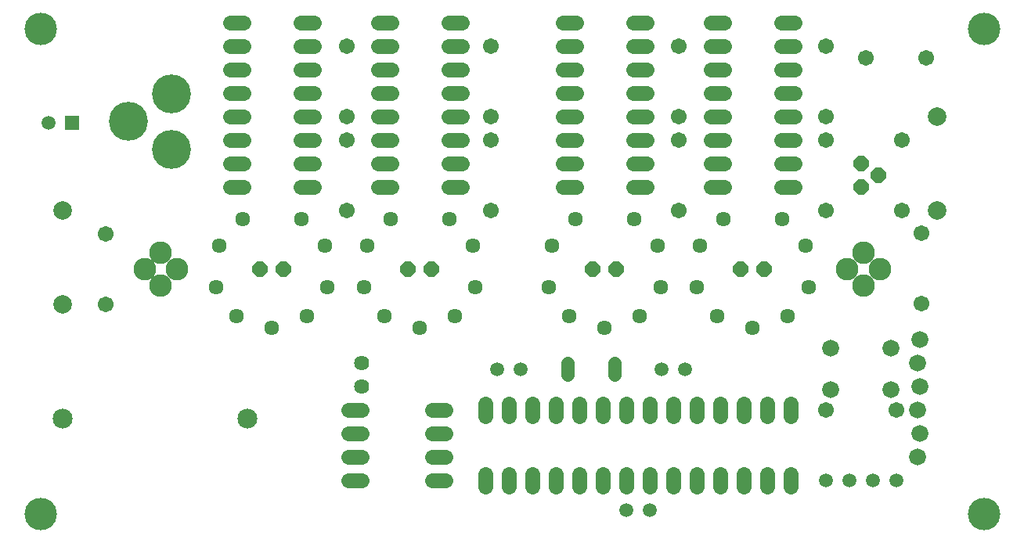
<source format=gbs>
G75*
G70*
%OFA0B0*%
%FSLAX24Y24*%
%IPPOS*%
%LPD*%
%AMOC8*
5,1,8,0,0,1.08239X$1,22.5*
%
%ADD10C,0.0635*%
%ADD11C,0.0640*%
%ADD12C,0.0792*%
%ADD13C,0.0560*%
%ADD14C,0.0596*%
%ADD15C,0.0720*%
%ADD16C,0.0674*%
%ADD17C,0.1660*%
%ADD18R,0.0596X0.0596*%
%ADD19OC8,0.0640*%
%ADD20C,0.0848*%
%ADD21C,0.0640*%
%ADD22C,0.0966*%
%ADD23C,0.1380*%
D10*
X011967Y009650D03*
X013467Y010150D03*
X014342Y011400D03*
X015892Y011400D03*
X016767Y010150D03*
X018267Y009650D03*
X019767Y010150D03*
X020642Y011400D03*
X020517Y013150D03*
X019517Y014275D03*
X017017Y014275D03*
X016017Y013150D03*
X014217Y013150D03*
X013217Y014275D03*
X010717Y014275D03*
X009717Y013150D03*
X009592Y011400D03*
X010467Y010150D03*
X023766Y011400D03*
X024641Y010150D03*
X026141Y009650D03*
X027641Y010150D03*
X028516Y011400D03*
X030065Y011400D03*
X030940Y010150D03*
X032440Y009650D03*
X033940Y010150D03*
X034815Y011400D03*
X034690Y013150D03*
X033690Y014275D03*
X031190Y014275D03*
X030190Y013150D03*
X028391Y013150D03*
X027391Y014275D03*
X024891Y014275D03*
X023891Y013150D03*
D11*
X024361Y015650D02*
X024921Y015650D01*
X024921Y016650D02*
X024361Y016650D01*
X024361Y017650D02*
X024921Y017650D01*
X024921Y018650D02*
X024361Y018650D01*
X024361Y019650D02*
X024921Y019650D01*
X024921Y020650D02*
X024361Y020650D01*
X024361Y021650D02*
X024921Y021650D01*
X024921Y022650D02*
X024361Y022650D01*
X027361Y022650D02*
X027921Y022650D01*
X027921Y021650D02*
X027361Y021650D01*
X027361Y020650D02*
X027921Y020650D01*
X027921Y019650D02*
X027361Y019650D01*
X027361Y018650D02*
X027921Y018650D01*
X027921Y017650D02*
X027361Y017650D01*
X027361Y016650D02*
X027921Y016650D01*
X027921Y015650D02*
X027361Y015650D01*
X030660Y015650D02*
X031220Y015650D01*
X031220Y016650D02*
X030660Y016650D01*
X030660Y017650D02*
X031220Y017650D01*
X031220Y018650D02*
X030660Y018650D01*
X030660Y019650D02*
X031220Y019650D01*
X031220Y020650D02*
X030660Y020650D01*
X030660Y021650D02*
X031220Y021650D01*
X031220Y022650D02*
X030660Y022650D01*
X033660Y022650D02*
X034220Y022650D01*
X034220Y021650D02*
X033660Y021650D01*
X033660Y020650D02*
X034220Y020650D01*
X034220Y019650D02*
X033660Y019650D01*
X033660Y018650D02*
X034220Y018650D01*
X034220Y017650D02*
X033660Y017650D01*
X033660Y016650D02*
X034220Y016650D01*
X034220Y015650D02*
X033660Y015650D01*
X020047Y015650D02*
X019487Y015650D01*
X019487Y016650D02*
X020047Y016650D01*
X020047Y017650D02*
X019487Y017650D01*
X019487Y018650D02*
X020047Y018650D01*
X020047Y019650D02*
X019487Y019650D01*
X019487Y020650D02*
X020047Y020650D01*
X020047Y021650D02*
X019487Y021650D01*
X019487Y022650D02*
X020047Y022650D01*
X017047Y022650D02*
X016487Y022650D01*
X016487Y021650D02*
X017047Y021650D01*
X017047Y020650D02*
X016487Y020650D01*
X016487Y019650D02*
X017047Y019650D01*
X017047Y018650D02*
X016487Y018650D01*
X016487Y017650D02*
X017047Y017650D01*
X017047Y016650D02*
X016487Y016650D01*
X016487Y015650D02*
X017047Y015650D01*
X013747Y015650D02*
X013187Y015650D01*
X013187Y016650D02*
X013747Y016650D01*
X013747Y017650D02*
X013187Y017650D01*
X013187Y018650D02*
X013747Y018650D01*
X013747Y019650D02*
X013187Y019650D01*
X013187Y020650D02*
X013747Y020650D01*
X013747Y021650D02*
X013187Y021650D01*
X013187Y022650D02*
X013747Y022650D01*
X010747Y022650D02*
X010187Y022650D01*
X010187Y021650D02*
X010747Y021650D01*
X010747Y020650D02*
X010187Y020650D01*
X010187Y019650D02*
X010747Y019650D01*
X010747Y018650D02*
X010187Y018650D01*
X010187Y017650D02*
X010747Y017650D01*
X010747Y016650D02*
X010187Y016650D01*
X010187Y015650D02*
X010747Y015650D01*
X021050Y006430D02*
X021050Y005870D01*
X022050Y005870D02*
X022050Y006430D01*
X023050Y006430D02*
X023050Y005870D01*
X024050Y005870D02*
X024050Y006430D01*
X025050Y006430D02*
X025050Y005870D01*
X026050Y005870D02*
X026050Y006430D01*
X027050Y006430D02*
X027050Y005870D01*
X028050Y005870D02*
X028050Y006430D01*
X029050Y006430D02*
X029050Y005870D01*
X030050Y005870D02*
X030050Y006430D01*
X031050Y006430D02*
X031050Y005870D01*
X032050Y005870D02*
X032050Y006430D01*
X033050Y006430D02*
X033050Y005870D01*
X034050Y005870D02*
X034050Y006430D01*
X034050Y003430D02*
X034050Y002870D01*
X033050Y002870D02*
X033050Y003430D01*
X032050Y003430D02*
X032050Y002870D01*
X031050Y002870D02*
X031050Y003430D01*
X030050Y003430D02*
X030050Y002870D01*
X029050Y002870D02*
X029050Y003430D01*
X028050Y003430D02*
X028050Y002870D01*
X027050Y002870D02*
X027050Y003430D01*
X026050Y003430D02*
X026050Y002870D01*
X025050Y002870D02*
X025050Y003430D01*
X024050Y003430D02*
X024050Y002870D01*
X023050Y002870D02*
X023050Y003430D01*
X022050Y003430D02*
X022050Y002870D01*
X021050Y002870D02*
X021050Y003430D01*
X019360Y003150D02*
X018800Y003150D01*
X018800Y004150D02*
X019360Y004150D01*
X019360Y005150D02*
X018800Y005150D01*
X018800Y006150D02*
X019360Y006150D01*
X015800Y006150D02*
X015240Y006150D01*
X015240Y005150D02*
X015800Y005150D01*
X015800Y004150D02*
X015240Y004150D01*
X015240Y003150D02*
X015800Y003150D01*
D12*
X003050Y010650D03*
X003050Y014650D03*
X040300Y014650D03*
X040300Y018650D03*
D13*
X026550Y008140D02*
X026550Y007660D01*
X024550Y007660D02*
X024550Y008140D01*
D14*
X022550Y007900D03*
X021550Y007900D03*
X028550Y007900D03*
X029550Y007900D03*
X035550Y003150D03*
X036550Y003150D03*
X037550Y003150D03*
X038550Y003150D03*
X028050Y001900D03*
X027050Y001900D03*
X002454Y018400D03*
D15*
X035770Y008790D03*
X038330Y008790D03*
X039550Y009150D03*
X039450Y008150D03*
X039550Y007150D03*
X038330Y007010D03*
X039450Y006150D03*
X039550Y005150D03*
X039450Y004150D03*
X035770Y007010D03*
D16*
X035550Y006150D03*
X038550Y006150D03*
X039633Y010693D03*
X039633Y013693D03*
X038800Y014650D03*
X035550Y014650D03*
X035550Y017650D03*
X035550Y018650D03*
X038800Y017650D03*
X039830Y021150D03*
X037270Y021150D03*
X035550Y021650D03*
X029300Y021650D03*
X029300Y018650D03*
X029300Y017650D03*
X029300Y014650D03*
X021300Y014650D03*
X021300Y017650D03*
X021300Y018650D03*
X021300Y021650D03*
X015175Y021650D03*
X015175Y018650D03*
X015175Y017650D03*
X015175Y014650D03*
X004881Y013650D03*
X004881Y010650D03*
D17*
X007704Y017256D03*
X005853Y018437D03*
X007704Y019619D03*
D18*
X003454Y018400D03*
D19*
X011467Y012150D03*
X012467Y012150D03*
X017767Y012150D03*
X018767Y012150D03*
X025641Y012150D03*
X026641Y012150D03*
X031940Y012150D03*
X032940Y012150D03*
X037050Y015650D03*
X037800Y016150D03*
X037050Y016650D03*
D20*
X010924Y005794D03*
X003050Y005794D03*
D21*
X015800Y007150D03*
X015800Y008150D03*
D22*
X007933Y012150D03*
X007243Y011440D03*
X006553Y012150D03*
X007243Y012860D03*
X036474Y012150D03*
X037164Y011440D03*
X037854Y012150D03*
X037164Y012860D03*
D23*
X002125Y001725D03*
X002125Y022394D03*
X042282Y022394D03*
X042282Y001725D03*
M02*

</source>
